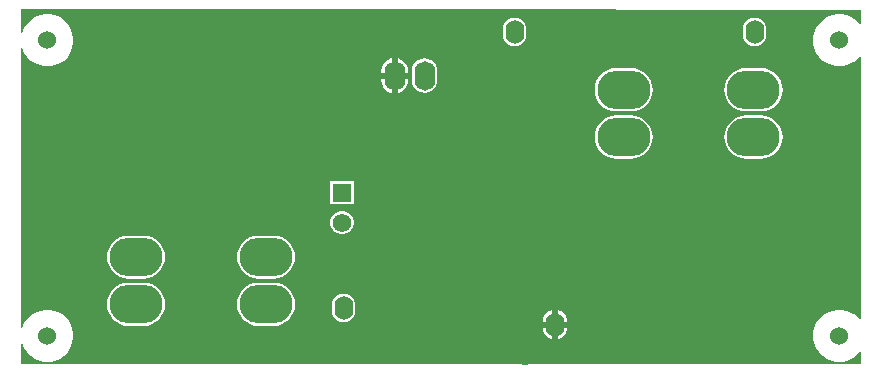
<source format=gbr>
G04*
G04 #@! TF.GenerationSoftware,Altium Limited,Altium Designer,23.0.1 (38)*
G04*
G04 Layer_Physical_Order=2*
G04 Layer_Color=16711680*
%FSLAX25Y25*%
%MOIN*%
G70*
G04*
G04 #@! TF.SameCoordinates,E18D91D4-50B4-47E9-96DD-EFB38571A0BB*
G04*
G04*
G04 #@! TF.FilePolarity,Positive*
G04*
G01*
G75*
%ADD23C,0.06181*%
%ADD24R,0.06181X0.06181*%
%ADD27O,0.17717X0.12795*%
%ADD28C,0.06000*%
%ADD29O,0.06890X0.09843*%
%ADD30O,0.06299X0.07874*%
%ADD31C,0.05000*%
G36*
X283000Y120471D02*
Y115787D01*
X282522Y115642D01*
X282444Y115758D01*
X281238Y116964D01*
X279819Y117912D01*
X278243Y118565D01*
X276570Y118898D01*
X274864D01*
X273190Y118565D01*
X271614Y117912D01*
X270195Y116964D01*
X268989Y115758D01*
X268041Y114339D01*
X267388Y112763D01*
X267055Y111089D01*
Y109383D01*
X267388Y107710D01*
X268041Y106133D01*
X268989Y104715D01*
X270195Y103508D01*
X271614Y102561D01*
X273190Y101908D01*
X274864Y101575D01*
X276570D01*
X278243Y101908D01*
X279819Y102561D01*
X281238Y103508D01*
X282444Y104715D01*
X282522Y104831D01*
X283000Y104685D01*
Y17362D01*
X282522Y17217D01*
X282444Y17332D01*
X281238Y18539D01*
X279819Y19487D01*
X278243Y20140D01*
X276570Y20472D01*
X274864D01*
X273190Y20140D01*
X271614Y19487D01*
X270195Y18539D01*
X268989Y17332D01*
X268041Y15914D01*
X267388Y14337D01*
X267055Y12664D01*
Y10958D01*
X267388Y9285D01*
X268041Y7708D01*
X268989Y6290D01*
X270195Y5083D01*
X271614Y4135D01*
X273190Y3483D01*
X274864Y3150D01*
X276570D01*
X278243Y3483D01*
X279819Y4135D01*
X281238Y5083D01*
X282444Y6290D01*
X282522Y6405D01*
X283000Y6260D01*
Y2500D01*
X3000D01*
Y9175D01*
X3483Y9285D01*
X4135Y7708D01*
X5083Y6290D01*
X6290Y5083D01*
X7708Y4135D01*
X9285Y3483D01*
X10958Y3150D01*
X12664D01*
X14337Y3483D01*
X15914Y4135D01*
X17332Y5083D01*
X18539Y6290D01*
X19487Y7708D01*
X20140Y9285D01*
X20472Y10958D01*
Y12664D01*
X20140Y14337D01*
X19487Y15914D01*
X18539Y17332D01*
X17332Y18539D01*
X15914Y19487D01*
X14337Y20140D01*
X12664Y20472D01*
X10958D01*
X9285Y20140D01*
X7708Y19487D01*
X6290Y18539D01*
X5083Y17332D01*
X4135Y15914D01*
X3483Y14337D01*
X3000Y14447D01*
Y107600D01*
X3483Y107710D01*
X4135Y106133D01*
X5083Y104715D01*
X6290Y103508D01*
X7708Y102561D01*
X9285Y101908D01*
X10958Y101575D01*
X12664D01*
X14337Y101908D01*
X15914Y102561D01*
X17332Y103508D01*
X18539Y104715D01*
X19487Y106133D01*
X20140Y107710D01*
X20472Y109383D01*
Y111089D01*
X20140Y112763D01*
X19487Y114339D01*
X18539Y115758D01*
X17332Y116964D01*
X15914Y117912D01*
X14337Y118565D01*
X12664Y118898D01*
X10958D01*
X9285Y118565D01*
X7708Y117912D01*
X6290Y116964D01*
X5083Y115758D01*
X4135Y114339D01*
X3483Y112763D01*
X3000Y112872D01*
Y120796D01*
X120889D01*
X283000Y120471D01*
D02*
G37*
%LPC*%
G36*
X247500Y117758D02*
X246472Y117623D01*
X245514Y117226D01*
X244692Y116595D01*
X244061Y115773D01*
X243664Y114815D01*
X243529Y113787D01*
Y112213D01*
X243664Y111185D01*
X244061Y110227D01*
X244692Y109405D01*
X245514Y108774D01*
X246472Y108377D01*
X247500Y108242D01*
X248528Y108377D01*
X249485Y108774D01*
X250308Y109405D01*
X250939Y110227D01*
X251336Y111185D01*
X251471Y112213D01*
Y113787D01*
X251336Y114815D01*
X250939Y115773D01*
X250308Y116595D01*
X249485Y117226D01*
X248528Y117623D01*
X247500Y117758D01*
D02*
G37*
G36*
X167500D02*
X166472Y117623D01*
X165515Y117226D01*
X164692Y116595D01*
X164061Y115773D01*
X163664Y114815D01*
X163529Y113787D01*
Y112213D01*
X163664Y111185D01*
X164061Y110227D01*
X164692Y109405D01*
X165515Y108774D01*
X166472Y108377D01*
X167500Y108242D01*
X168528Y108377D01*
X169485Y108774D01*
X170308Y109405D01*
X170939Y110227D01*
X171336Y111185D01*
X171471Y112213D01*
Y113787D01*
X171336Y114815D01*
X170939Y115773D01*
X170308Y116595D01*
X169485Y117226D01*
X168528Y117623D01*
X167500Y117758D01*
D02*
G37*
G36*
X128500Y104328D02*
Y99500D01*
X131983D01*
Y99976D01*
X131831Y101137D01*
X131383Y102218D01*
X130670Y103147D01*
X129742Y103859D01*
X128660Y104307D01*
X128500Y104328D01*
D02*
G37*
G36*
X126500D02*
X126340Y104307D01*
X125258Y103859D01*
X124330Y103147D01*
X123617Y102218D01*
X123170Y101137D01*
X123017Y99976D01*
Y99500D01*
X126500D01*
Y104328D01*
D02*
G37*
G36*
X137500Y104245D02*
X136395Y104100D01*
X135366Y103673D01*
X134482Y102995D01*
X133803Y102111D01*
X133377Y101081D01*
X133231Y99976D01*
Y97024D01*
X133377Y95919D01*
X133803Y94889D01*
X134482Y94005D01*
X135366Y93327D01*
X136395Y92900D01*
X137500Y92755D01*
X138605Y92900D01*
X139634Y93327D01*
X140518Y94005D01*
X141197Y94889D01*
X141623Y95919D01*
X141769Y97024D01*
Y99976D01*
X141623Y101081D01*
X141197Y102111D01*
X140518Y102995D01*
X139634Y103673D01*
X138605Y104100D01*
X137500Y104245D01*
D02*
G37*
G36*
X131983Y97500D02*
X128500D01*
Y92672D01*
X128660Y92693D01*
X129742Y93141D01*
X130670Y93853D01*
X131383Y94782D01*
X131831Y95863D01*
X131983Y97024D01*
Y97500D01*
D02*
G37*
G36*
X126500D02*
X123017D01*
Y97024D01*
X123170Y95863D01*
X123617Y94782D01*
X124330Y93853D01*
X125258Y93141D01*
X126340Y92693D01*
X126500Y92672D01*
Y97500D01*
D02*
G37*
G36*
X249614Y100999D02*
X244693D01*
X243284Y100861D01*
X241930Y100450D01*
X240682Y99783D01*
X239588Y98885D01*
X238690Y97791D01*
X238023Y96542D01*
X237612Y95188D01*
X237473Y93779D01*
X237612Y92371D01*
X238023Y91017D01*
X238690Y89768D01*
X239588Y88674D01*
X240682Y87776D01*
X241930Y87109D01*
X243284Y86699D01*
X244693Y86560D01*
X249614D01*
X251023Y86699D01*
X252377Y87109D01*
X253625Y87776D01*
X254719Y88674D01*
X255617Y89768D01*
X256284Y91017D01*
X256695Y92371D01*
X256834Y93779D01*
X256695Y95188D01*
X256284Y96542D01*
X255617Y97791D01*
X254719Y98885D01*
X253625Y99783D01*
X252377Y100450D01*
X251023Y100861D01*
X249614Y100999D01*
D02*
G37*
G36*
X206307D02*
X201386D01*
X199977Y100861D01*
X198623Y100450D01*
X197375Y99783D01*
X196281Y98885D01*
X195383Y97791D01*
X194716Y96542D01*
X194305Y95188D01*
X194166Y93779D01*
X194305Y92371D01*
X194716Y91017D01*
X195383Y89768D01*
X196281Y88674D01*
X197375Y87776D01*
X198623Y87109D01*
X199977Y86699D01*
X201386Y86560D01*
X206307D01*
X207716Y86699D01*
X209070Y87109D01*
X210318Y87776D01*
X211412Y88674D01*
X212310Y89768D01*
X212977Y91017D01*
X213388Y92371D01*
X213527Y93779D01*
X213388Y95188D01*
X212977Y96542D01*
X212310Y97791D01*
X211412Y98885D01*
X210318Y99783D01*
X209070Y100450D01*
X207716Y100861D01*
X206307Y100999D01*
D02*
G37*
G36*
X249614Y85251D02*
X244693D01*
X243284Y85113D01*
X241930Y84702D01*
X240682Y84035D01*
X239588Y83137D01*
X238690Y82043D01*
X238023Y80794D01*
X237612Y79440D01*
X237473Y78031D01*
X237612Y76623D01*
X238023Y75269D01*
X238690Y74020D01*
X239588Y72926D01*
X240682Y72028D01*
X241930Y71361D01*
X243284Y70950D01*
X244693Y70812D01*
X249614D01*
X251023Y70950D01*
X252377Y71361D01*
X253625Y72028D01*
X254719Y72926D01*
X255617Y74020D01*
X256284Y75269D01*
X256695Y76623D01*
X256834Y78031D01*
X256695Y79440D01*
X256284Y80794D01*
X255617Y82043D01*
X254719Y83137D01*
X253625Y84035D01*
X252377Y84702D01*
X251023Y85113D01*
X249614Y85251D01*
D02*
G37*
G36*
X206307D02*
X201386D01*
X199977Y85113D01*
X198623Y84702D01*
X197375Y84035D01*
X196281Y83137D01*
X195383Y82043D01*
X194716Y80794D01*
X194305Y79440D01*
X194166Y78031D01*
X194305Y76623D01*
X194716Y75269D01*
X195383Y74020D01*
X196281Y72926D01*
X197375Y72028D01*
X198623Y71361D01*
X199977Y70950D01*
X201386Y70812D01*
X206307D01*
X207716Y70950D01*
X209070Y71361D01*
X210318Y72028D01*
X211412Y72926D01*
X212310Y74020D01*
X212977Y75269D01*
X213388Y76623D01*
X213527Y78031D01*
X213388Y79440D01*
X212977Y80794D01*
X212310Y82043D01*
X211412Y83137D01*
X210318Y84035D01*
X209070Y84702D01*
X207716Y85113D01*
X206307Y85251D01*
D02*
G37*
G36*
X113878Y63378D02*
X106122D01*
Y55622D01*
X113878D01*
Y63378D01*
D02*
G37*
G36*
X110511Y53378D02*
X109490D01*
X108503Y53114D01*
X107619Y52603D01*
X106897Y51881D01*
X106386Y50997D01*
X106122Y50011D01*
Y48989D01*
X106386Y48003D01*
X106897Y47119D01*
X107619Y46397D01*
X108503Y45886D01*
X109490Y45622D01*
X110511D01*
X111497Y45886D01*
X112381Y46397D01*
X113103Y47119D01*
X113614Y48003D01*
X113878Y48989D01*
Y50011D01*
X113614Y50997D01*
X113103Y51881D01*
X112381Y52603D01*
X111497Y53114D01*
X110511Y53378D01*
D02*
G37*
G36*
X87114Y45188D02*
X82193D01*
X80784Y45050D01*
X79430Y44639D01*
X78182Y43972D01*
X77088Y43074D01*
X76190Y41980D01*
X75523Y40731D01*
X75112Y39377D01*
X74973Y37969D01*
X75112Y36560D01*
X75523Y35206D01*
X76190Y33957D01*
X77088Y32863D01*
X78182Y31965D01*
X79430Y31298D01*
X80784Y30887D01*
X82193Y30749D01*
X87114D01*
X88523Y30887D01*
X89877Y31298D01*
X91125Y31965D01*
X92219Y32863D01*
X93117Y33957D01*
X93784Y35206D01*
X94195Y36560D01*
X94334Y37969D01*
X94195Y39377D01*
X93784Y40731D01*
X93117Y41980D01*
X92219Y43074D01*
X91125Y43972D01*
X89877Y44639D01*
X88523Y45050D01*
X87114Y45188D01*
D02*
G37*
G36*
X43807D02*
X38886D01*
X37477Y45050D01*
X36123Y44639D01*
X34875Y43972D01*
X33781Y43074D01*
X32883Y41980D01*
X32216Y40731D01*
X31805Y39377D01*
X31666Y37969D01*
X31805Y36560D01*
X32216Y35206D01*
X32883Y33957D01*
X33781Y32863D01*
X34875Y31965D01*
X36123Y31298D01*
X37477Y30887D01*
X38886Y30749D01*
X43807D01*
X45216Y30887D01*
X46570Y31298D01*
X47818Y31965D01*
X48912Y32863D01*
X49810Y33957D01*
X50477Y35206D01*
X50888Y36560D01*
X51027Y37969D01*
X50888Y39377D01*
X50477Y40731D01*
X49810Y41980D01*
X48912Y43074D01*
X47818Y43972D01*
X46570Y44639D01*
X45216Y45050D01*
X43807Y45188D01*
D02*
G37*
G36*
X182000Y20341D02*
Y16500D01*
X185157D01*
X185043Y17371D01*
X184625Y18380D01*
X183959Y19247D01*
X183093Y19912D01*
X182083Y20330D01*
X182000Y20341D01*
D02*
G37*
G36*
X180000D02*
X179917Y20330D01*
X178907Y19912D01*
X178041Y19247D01*
X177375Y18380D01*
X176957Y17371D01*
X176843Y16500D01*
X180000D01*
Y20341D01*
D02*
G37*
G36*
X110500Y25758D02*
X109472Y25623D01*
X108514Y25226D01*
X107692Y24595D01*
X107061Y23773D01*
X106664Y22815D01*
X106529Y21787D01*
Y20213D01*
X106664Y19185D01*
X107061Y18227D01*
X107692Y17405D01*
X108514Y16774D01*
X109472Y16377D01*
X110500Y16242D01*
X111528Y16377D01*
X112486Y16774D01*
X113308Y17405D01*
X113939Y18227D01*
X114336Y19185D01*
X114471Y20213D01*
Y21787D01*
X114336Y22815D01*
X113939Y23773D01*
X113308Y24595D01*
X112486Y25226D01*
X111528Y25623D01*
X110500Y25758D01*
D02*
G37*
G36*
X87114Y29440D02*
X82193D01*
X80784Y29302D01*
X79430Y28891D01*
X78182Y28223D01*
X77088Y27326D01*
X76190Y26232D01*
X75523Y24983D01*
X75112Y23629D01*
X74973Y22220D01*
X75112Y20812D01*
X75523Y19458D01*
X76190Y18209D01*
X77088Y17115D01*
X78182Y16217D01*
X79430Y15550D01*
X80784Y15139D01*
X82193Y15001D01*
X87114D01*
X88523Y15139D01*
X89877Y15550D01*
X91125Y16217D01*
X92219Y17115D01*
X93117Y18209D01*
X93784Y19458D01*
X94195Y20812D01*
X94334Y22220D01*
X94195Y23629D01*
X93784Y24983D01*
X93117Y26232D01*
X92219Y27326D01*
X91125Y28223D01*
X89877Y28891D01*
X88523Y29302D01*
X87114Y29440D01*
D02*
G37*
G36*
X43807D02*
X38886D01*
X37477Y29302D01*
X36123Y28891D01*
X34875Y28223D01*
X33781Y27326D01*
X32883Y26232D01*
X32216Y24983D01*
X31805Y23629D01*
X31666Y22220D01*
X31805Y20812D01*
X32216Y19458D01*
X32883Y18209D01*
X33781Y17115D01*
X34875Y16217D01*
X36123Y15550D01*
X37477Y15139D01*
X38886Y15001D01*
X43807D01*
X45216Y15139D01*
X46570Y15550D01*
X47818Y16217D01*
X48912Y17115D01*
X49810Y18209D01*
X50477Y19458D01*
X50888Y20812D01*
X51027Y22220D01*
X50888Y23629D01*
X50477Y24983D01*
X49810Y26232D01*
X48912Y27326D01*
X47818Y28223D01*
X46570Y28891D01*
X45216Y29302D01*
X43807Y29440D01*
D02*
G37*
G36*
X185157Y14500D02*
X182000D01*
Y10659D01*
X182083Y10670D01*
X183093Y11088D01*
X183959Y11753D01*
X184625Y12620D01*
X185043Y13629D01*
X185157Y14500D01*
D02*
G37*
G36*
X180000D02*
X176843D01*
X176957Y13629D01*
X177375Y12620D01*
X178041Y11753D01*
X178907Y11088D01*
X179917Y10670D01*
X180000Y10659D01*
Y14500D01*
D02*
G37*
%LPD*%
D23*
X110000Y49500D02*
D03*
D24*
Y59500D02*
D03*
D27*
X41346Y84031D02*
D03*
X84654Y22220D02*
D03*
Y99779D02*
D03*
Y37969D02*
D03*
X41346Y99779D02*
D03*
X84654Y84031D02*
D03*
X41346Y22220D02*
D03*
Y37969D02*
D03*
X247153Y78031D02*
D03*
Y93779D02*
D03*
X203847Y31969D02*
D03*
X247153Y16220D02*
D03*
X203847Y78031D02*
D03*
Y16220D02*
D03*
Y93779D02*
D03*
X247153Y31969D02*
D03*
D28*
X275716Y11811D02*
D03*
Y110236D02*
D03*
X11811D02*
D03*
Y11811D02*
D03*
D29*
X127500Y98500D02*
D03*
X137500D02*
D03*
D30*
X181000Y15500D02*
D03*
X247500Y113000D02*
D03*
X167500D02*
D03*
X110500Y21000D02*
D03*
D31*
X246000Y48500D02*
D03*
X201500Y47000D02*
D03*
X171000Y4500D02*
D03*
X83500Y115500D02*
D03*
X43000Y116000D02*
D03*
X118000Y68000D02*
D03*
M02*

</source>
